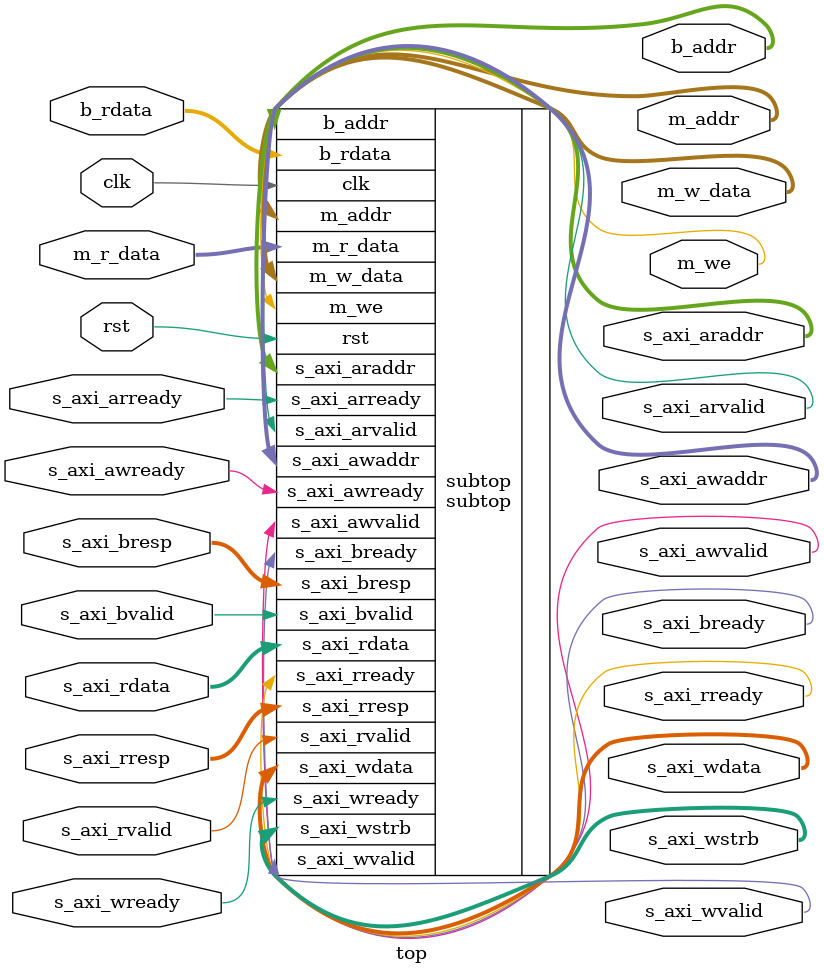
<source format=v>
`timescale 1ns / 1ps


module top(clk,rst,s_axi_awaddr,s_axi_awready,s_axi_awvalid,s_axi_wdata,s_axi_wstrb,s_axi_wvalid,s_axi_wready,s_axi_bresp,s_axi_bvalid,s_axi_bready,s_axi_araddr,s_axi_arvalid,s_axi_arready,s_axi_rdata,s_axi_rresp,s_axi_rvalid,s_axi_rready,m_we,m_addr,m_r_data,m_w_data,b_addr,b_rdata);
    input clk;
    input rst;
    output [31:0] s_axi_awaddr;
    input s_axi_awready;
    output s_axi_awvalid;
    output [31:0] s_axi_wdata;
    output [3:0] s_axi_wstrb;
    output s_axi_wvalid;
    input s_axi_wready;
    input [1:0] s_axi_bresp;
    input s_axi_bvalid;
    output s_axi_bready;
    output [31:0] s_axi_araddr;
    output s_axi_arvalid;
    input s_axi_arready;
    input [31:0] s_axi_rdata;
    input [1:0] s_axi_rresp;
    input s_axi_rvalid;
    output s_axi_rready;
    output m_we;
    output [17:0] m_addr;
    input [31:0] m_r_data;
    output [31:0] m_w_data;
    output [14:0] b_addr;
    input [31:0] b_rdata;

    subtop subtop(.clk(clk),
           .rst(rst),
           .s_axi_araddr(s_axi_araddr),
           .s_axi_arready(s_axi_arready),
           .s_axi_arvalid(s_axi_arvalid),
           .s_axi_awaddr(s_axi_awaddr),
           .s_axi_awready(s_axi_awready),
           .s_axi_awvalid(s_axi_awvalid),
           .s_axi_bready(s_axi_bready),
           .s_axi_bresp(s_axi_bresp),
           .s_axi_bvalid(s_axi_bvalid),
           .s_axi_rdata(s_axi_rdata),
           .s_axi_rready(s_axi_rready),
           .s_axi_rresp(s_axi_rresp),
           .s_axi_rvalid(s_axi_rvalid),
           .s_axi_wdata(s_axi_wdata),
           .s_axi_wready(s_axi_wready),
           .s_axi_wstrb(s_axi_wstrb),
           .s_axi_wvalid(s_axi_wvalid),
           .m_we(m_we),
           .m_addr(m_addr),
           .m_r_data(m_r_data),
           .m_w_data(m_w_data),
           .b_addr(b_addr),
           .b_rdata(b_rdata));
endmodule

</source>
